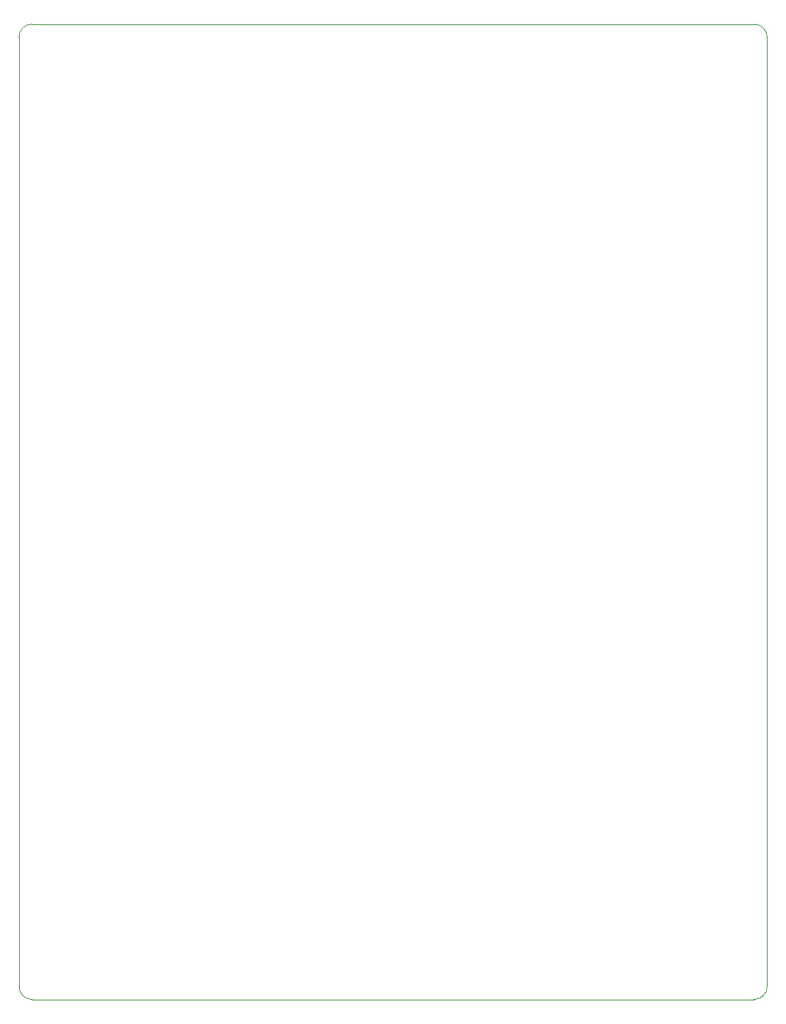
<source format=gbr>
%TF.GenerationSoftware,KiCad,Pcbnew,9.0.2*%
%TF.CreationDate,2025-06-25T22:06:56+02:00*%
%TF.ProjectId,devkit,6465766b-6974-42e6-9b69-6361645f7063,rev?*%
%TF.SameCoordinates,Original*%
%TF.FileFunction,Profile,NP*%
%FSLAX46Y46*%
G04 Gerber Fmt 4.6, Leading zero omitted, Abs format (unit mm)*
G04 Created by KiCad (PCBNEW 9.0.2) date 2025-06-25 22:06:56*
%MOMM*%
%LPD*%
G01*
G04 APERTURE LIST*
%TA.AperFunction,Profile*%
%ADD10C,0.050000*%
%TD*%
G04 APERTURE END LIST*
D10*
X139999999Y-21499999D02*
G75*
G02*
X141499999Y-19999999I1500001J-1D01*
G01*
X226000000Y-130500000D02*
X226000000Y-21500000D01*
X224500000Y-19999999D02*
X141500000Y-19999999D01*
X224500001Y-19999999D02*
G75*
G02*
X226000001Y-21499999I-1J-1500001D01*
G01*
X140000000Y-21499999D02*
X139999999Y-130500000D01*
X141499999Y-132000001D02*
G75*
G02*
X139999999Y-130500001I1J1500001D01*
G01*
X226000000Y-130500000D02*
G75*
G02*
X224500000Y-132000000I-1500000J0D01*
G01*
X141500000Y-132000001D02*
X224500000Y-132000000D01*
M02*

</source>
